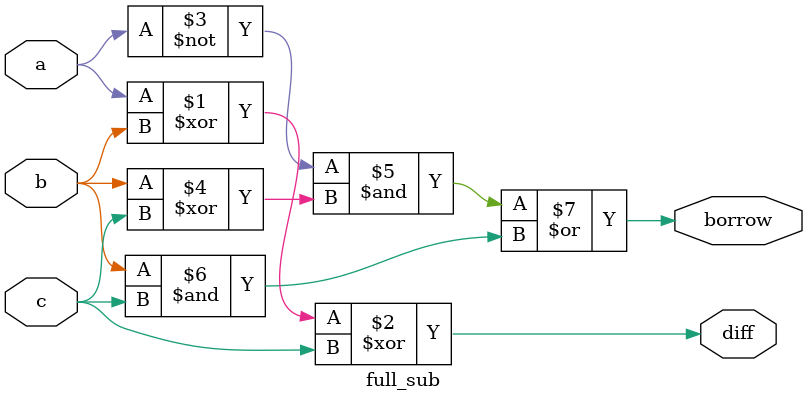
<source format=v>
module full_sub(
  input a,
  input b,
  input c,
  output diff,
  output borrow);
  
  assign diff = a^b^c;
  assign borrow = ~a&(b^c)|(b&c);
  
endmodule

</source>
